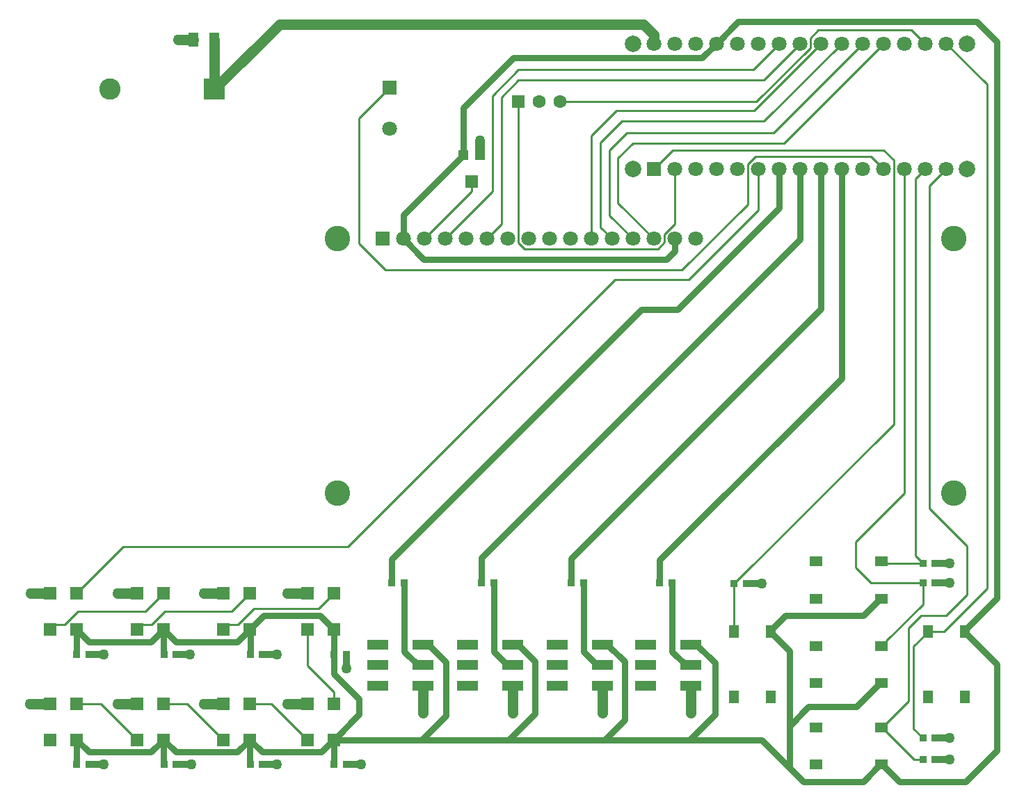
<source format=gtl>
G04*
G04 #@! TF.GenerationSoftware,Altium Limited,Altium Designer,19.1.8 (144)*
G04*
G04 Layer_Physical_Order=1*
G04 Layer_Color=255*
%FSLAX24Y24*%
%MOIN*%
G70*
G01*
G75*
%ADD10C,0.0100*%
%ADD12R,0.0512X0.0650*%
%ADD13R,0.0472X0.0472*%
%ADD14R,0.0630X0.0591*%
%ADD15R,0.0335X0.0335*%
%ADD16R,0.0512X0.0610*%
%ADD17R,0.0610X0.0512*%
%ADD18R,0.0984X0.0472*%
%ADD19R,0.0600X0.0600*%
%ADD37C,0.0500*%
%ADD38C,0.0300*%
%ADD39C,0.0335*%
%ADD40C,0.0472*%
%ADD41C,0.0787*%
%ADD42R,0.0709X0.0709*%
%ADD43C,0.0709*%
%ADD44C,0.1220*%
%ADD45C,0.1024*%
%ADD46R,0.1024X0.1024*%
%ADD47R,0.0630X0.0630*%
%ADD48C,0.0630*%
%ADD49C,0.0500*%
D10*
X9626Y33878D02*
X9646Y33858D01*
X35185Y28335D02*
Y30261D01*
X32047Y25197D02*
X35185Y28335D01*
X17835Y25197D02*
X32047D01*
X35701Y28063D02*
Y30039D01*
X32362Y24724D02*
X35701Y28063D01*
X28819Y24724D02*
X32362D01*
X41110Y30630D02*
X41701Y30039D01*
X35554Y30630D02*
X41110D01*
X35185Y30261D02*
X35554Y30630D01*
X42185Y17795D02*
Y30453D01*
X41693Y30945D02*
X42185Y30453D01*
X31606Y30945D02*
X41693D01*
X34547Y10157D02*
X42185Y17795D01*
X43228Y11506D02*
Y29567D01*
Y11506D02*
X43593Y11142D01*
X43228Y29567D02*
X43701Y30039D01*
X40356Y12167D02*
X42701Y14512D01*
Y30039D01*
X34547Y7894D02*
Y10157D01*
X41545Y5394D02*
X41594D01*
X34528Y7874D02*
X34547Y7894D01*
X16575Y26457D02*
X17835Y25197D01*
X16575Y26457D02*
Y32480D01*
X18032Y33937D01*
X43898Y29236D02*
X44701Y30039D01*
X43898Y13780D02*
Y29236D01*
X35614Y33268D02*
X38185Y35839D01*
X26209Y33268D02*
X35614D01*
X35953Y34291D02*
X37701Y36039D01*
X24213Y34291D02*
X35953D01*
X35465Y34803D02*
X36701Y36039D01*
X24213Y34803D02*
X35465D01*
X38583Y36693D02*
X43047D01*
X38185Y36295D02*
X38583Y36693D01*
X38185Y35839D02*
Y36295D01*
X23386Y33465D02*
X24213Y34291D01*
X23386Y27386D02*
Y33465D01*
X22693Y26693D02*
X23386Y27386D01*
X22955Y33545D02*
X24213Y34803D01*
X22955Y28955D02*
Y33545D01*
X20693Y26693D02*
X22955Y28955D01*
X24209Y26492D02*
Y30118D01*
X24209Y30118D01*
Y33268D01*
X24209Y26492D02*
X24492Y26209D01*
X30894D01*
X28583Y27803D02*
Y30945D01*
Y27803D02*
X29693Y26693D01*
X28583Y30945D02*
X29409Y31772D01*
X30894Y26209D02*
X31209Y26524D01*
Y26894D01*
X31701Y27386D01*
Y30039D01*
X21969Y28969D02*
Y29311D01*
X19693Y26693D02*
X21969Y28969D01*
X30701Y30039D02*
X31606Y30945D01*
X35496Y32835D02*
X38701Y36039D01*
X28898Y32835D02*
X35496D01*
X27693Y31630D02*
X28898Y32835D01*
X29409Y31772D02*
X36433D01*
X40701Y36039D01*
X35984Y32323D02*
X39701Y36039D01*
X29173Y32323D02*
X35984D01*
X28142Y31291D02*
X29173Y32323D01*
X36921Y31260D02*
X41701Y36039D01*
X29685Y31260D02*
X36921D01*
X28976Y30551D02*
X29685Y31260D01*
X41545Y1496D02*
X41594D01*
X41545Y9449D02*
X41594D01*
Y1496D02*
X41644D01*
X45591Y7825D02*
Y7874D01*
Y7923D01*
X5276Y11929D02*
X16024D01*
X28819Y24724D01*
X18740Y7177D02*
X18740Y7177D01*
X19646Y5197D02*
Y5276D01*
X32480Y5197D02*
Y5276D01*
X19606Y2677D02*
Y2704D01*
X32224Y6260D02*
X32480D01*
X27972D02*
X28228D01*
X23681D02*
X23937D01*
X19390D02*
X19646D01*
X32480Y7244D02*
X32736D01*
X28228D02*
X28484D01*
X23937D02*
X24193D01*
X19646D02*
X19902D01*
X3642Y1496D02*
X3642Y1496D01*
X7815Y1496D02*
X7815Y1496D01*
X11949Y1496D02*
X11949Y1496D01*
X15965Y1496D02*
X15965Y1496D01*
X44183Y10197D02*
X44183Y10197D01*
X43504Y8622D02*
X44685D01*
X42913Y8031D02*
X43504Y8622D01*
X42913Y4537D02*
Y8031D01*
X45709Y9646D02*
Y11969D01*
X44685Y8622D02*
X45709Y9646D01*
X46654Y34087D02*
X46654Y9921D01*
X44606Y7874D02*
X46654Y9921D01*
X43819Y7874D02*
X44606D01*
X44183Y2756D02*
X44183Y2756D01*
X43898Y13780D02*
X45709Y11969D01*
X44173Y11152D02*
X44183Y11142D01*
X15965Y6772D02*
X15965Y6772D01*
X15354Y6791D02*
X15374Y6772D01*
X11339Y7953D02*
X11358Y7933D01*
X14646Y8976D02*
X15354Y9685D01*
X11550Y8976D02*
X14646D01*
X10776Y8203D02*
X11550Y8976D01*
X7205Y6791D02*
X7224Y6772D01*
X3031Y6791D02*
X3051Y6772D01*
X3031Y1516D02*
X3051Y1496D01*
X11339Y1516D02*
X11358Y1496D01*
X15354Y1516D02*
X15374Y1496D01*
X43047Y36693D02*
X43701Y36039D01*
X43593Y9163D02*
Y10197D01*
X41850Y7420D02*
X43593Y9163D01*
X41644Y7165D02*
X41850Y7371D01*
Y7420D01*
X43150Y3199D02*
Y7156D01*
Y3199D02*
X43593Y2756D01*
X41644Y3268D02*
X43179Y1732D01*
X41594Y3268D02*
X41644D01*
X43179Y1732D02*
X43593D01*
X14055Y9724D02*
X14094Y9685D01*
X3031D02*
X5276Y11929D01*
X41102Y10197D02*
X43593D01*
X40356Y10943D02*
X41102Y10197D01*
X40356Y10943D02*
Y12167D01*
X41673Y11142D02*
X43593D01*
X41594Y11220D02*
X41673Y11142D01*
X43150Y7156D02*
X43819Y7825D01*
Y7874D01*
X41594Y7165D02*
X41644D01*
Y3268D02*
X42913Y4537D01*
X38415Y9449D02*
X38465D01*
X10329Y8203D02*
X10776D01*
X10079Y7953D02*
X10329Y8203D01*
X15138Y2461D02*
X15354Y2677D01*
X10472Y8819D02*
X11339Y9685D01*
X7259Y8819D02*
X10472D01*
X6643Y8203D02*
X7259Y8819D01*
X6195Y8203D02*
X6643D01*
X5945Y7953D02*
X6195Y8203D01*
X6339Y8819D02*
X7205Y9685D01*
X3086Y8819D02*
X6339D01*
X2469Y8203D02*
X3086Y8819D01*
X2022Y8203D02*
X2469D01*
X1772Y7953D02*
X2022Y8203D01*
X4213Y4409D02*
X5945Y2677D01*
X3031Y4409D02*
X4213D01*
X12362D02*
X14094Y2677D01*
X11339Y4409D02*
X12362D01*
X8346D02*
X10079Y2677D01*
X7205Y4409D02*
X8346D01*
X14094Y6220D02*
Y7953D01*
Y6220D02*
X15354Y4961D01*
Y4409D02*
Y4961D01*
X3051Y1496D02*
X3096Y1541D01*
X44701Y36039D02*
X46654Y34087D01*
X28976Y28409D02*
Y30551D01*
Y28409D02*
X30693Y26693D01*
X28142Y27244D02*
Y31291D01*
X27693Y26693D02*
Y31630D01*
X28142Y27244D02*
X28693Y26693D01*
D12*
X8642Y36220D02*
D03*
X9626D02*
D03*
D13*
X21575Y30709D02*
D03*
X22362D02*
D03*
D14*
X21969Y29429D02*
D03*
D15*
X3051Y6772D02*
D03*
X3642D02*
D03*
X7815D02*
D03*
X7224D02*
D03*
X11358D02*
D03*
X11949D02*
D03*
X15965D02*
D03*
X15374D02*
D03*
Y1496D02*
D03*
X15965D02*
D03*
X11949D02*
D03*
X11358D02*
D03*
X7224D02*
D03*
X7815D02*
D03*
X3642D02*
D03*
X3051D02*
D03*
X31575Y10197D02*
D03*
X30984D02*
D03*
X27323D02*
D03*
X26732D02*
D03*
X22441D02*
D03*
X23031D02*
D03*
X43593Y2756D02*
D03*
X44183D02*
D03*
X43593Y1732D02*
D03*
X44183D02*
D03*
X43593Y10197D02*
D03*
X44183D02*
D03*
X43593Y11142D02*
D03*
X44183D02*
D03*
X34547Y10157D02*
D03*
X35138D02*
D03*
X18740Y10197D02*
D03*
X18150D02*
D03*
D16*
X34528Y4744D02*
D03*
Y7874D02*
D03*
X36299Y4744D02*
D03*
Y7874D02*
D03*
X43819Y4744D02*
D03*
Y7874D02*
D03*
X45591Y4744D02*
D03*
Y7874D02*
D03*
D17*
X41594Y9449D02*
D03*
X38465D02*
D03*
X41594Y11220D02*
D03*
X38465D02*
D03*
Y7165D02*
D03*
X41594D02*
D03*
X38465Y5394D02*
D03*
X41594D02*
D03*
Y1496D02*
D03*
X38465D02*
D03*
X41594Y3268D02*
D03*
X38465D02*
D03*
D18*
X19646Y5276D02*
D03*
Y6260D02*
D03*
X17480Y5276D02*
D03*
Y6260D02*
D03*
X19646Y7244D02*
D03*
X17480D02*
D03*
X21772D02*
D03*
X23937D02*
D03*
X21772Y6260D02*
D03*
Y5276D02*
D03*
X23937Y6260D02*
D03*
Y5276D02*
D03*
X28228D02*
D03*
Y6260D02*
D03*
X26063Y5276D02*
D03*
Y6260D02*
D03*
X28228Y7244D02*
D03*
X26063D02*
D03*
X30315D02*
D03*
X32480D02*
D03*
X30315Y6260D02*
D03*
Y5276D02*
D03*
X32480Y6260D02*
D03*
Y5276D02*
D03*
D19*
X3031Y7953D02*
D03*
Y9685D02*
D03*
X1772Y7953D02*
D03*
Y9685D02*
D03*
X5945D02*
D03*
Y7953D02*
D03*
X7205Y9685D02*
D03*
Y7953D02*
D03*
X11339D02*
D03*
Y9685D02*
D03*
X10079Y7953D02*
D03*
Y9685D02*
D03*
X14094D02*
D03*
Y7953D02*
D03*
X15354Y9685D02*
D03*
Y7953D02*
D03*
Y2677D02*
D03*
Y4409D02*
D03*
X14094Y2677D02*
D03*
Y4409D02*
D03*
X10079D02*
D03*
Y2677D02*
D03*
X11339Y4409D02*
D03*
Y2677D02*
D03*
X7205D02*
D03*
Y4409D02*
D03*
X5945Y2677D02*
D03*
Y4409D02*
D03*
X1772D02*
D03*
Y2677D02*
D03*
X3031Y4409D02*
D03*
Y2677D02*
D03*
D37*
X9626Y33878D02*
Y36220D01*
X7913D02*
X8642D01*
X12756Y36969D02*
X30197D01*
X19646Y5197D02*
X19646Y5197D01*
Y3976D02*
Y5197D01*
X23937Y3976D02*
Y5197D01*
X28228Y3976D02*
Y5197D01*
X32480Y5197D02*
X32480Y5197D01*
X32480Y3976D02*
Y5197D01*
X827Y9685D02*
X1772D01*
X5000D02*
X5945D01*
X9134D02*
X10079D01*
X13150D02*
X14094D01*
X13150Y4409D02*
X14094D01*
X9134D02*
X10079D01*
X5000D02*
X5945D01*
X787D02*
X1772D01*
X30701Y36039D02*
Y36465D01*
X30197Y36969D02*
X30701Y36465D01*
X9646Y33858D02*
X12756Y36969D01*
D38*
X21575Y32953D02*
X23976Y35354D01*
X33016D01*
X36998Y8622D02*
X40719D01*
X36299Y7923D02*
X36998Y8622D01*
X18693Y26693D02*
Y27827D01*
X21575Y30709D01*
Y32953D01*
X45591Y7825D02*
X47126Y6289D01*
Y2165D02*
Y6289D01*
X45630Y669D02*
X47126Y2165D01*
X40719Y669D02*
X41545Y1496D01*
X37874Y669D02*
X40719D01*
X37205Y1339D02*
X37874Y669D01*
X42470D02*
X45630D01*
X41644Y1496D02*
X42470Y669D01*
X35866Y2677D02*
X37205Y1339D01*
Y3346D01*
X32402Y2677D02*
X35866D01*
X37205Y3346D02*
X38110Y4252D01*
X40404D01*
X37205Y3346D02*
Y6919D01*
X36299Y7825D02*
X37205Y6919D01*
X36299Y7874D02*
Y7923D01*
Y7825D02*
Y7874D01*
X40719Y8622D02*
X41545Y9449D01*
X40404Y4252D02*
X41545Y5394D01*
X47126Y9459D02*
X47126Y36142D01*
X45591Y7923D02*
X47126Y9459D01*
X36701Y28157D02*
Y30039D01*
X31850Y23307D02*
X36701Y28157D01*
X39701Y20016D02*
Y30039D01*
X30984Y11299D02*
X39701Y20016D01*
X30984Y10197D02*
Y11299D01*
X30118Y23307D02*
X31850D01*
X18150Y11339D02*
X30118Y23307D01*
X18150Y10197D02*
Y11339D01*
X31693Y26102D02*
Y26693D01*
X31299Y25709D02*
X31693Y26102D01*
X19677Y25709D02*
X31299D01*
X22441Y11417D02*
X37701Y26677D01*
X22441Y10197D02*
Y11417D01*
X37701Y26677D02*
Y30039D01*
X38701Y23346D02*
Y30039D01*
X26732Y11378D02*
X38701Y23346D01*
X26732Y10197D02*
Y11378D01*
X18740Y6909D02*
Y7177D01*
X18740Y7177D02*
Y10197D01*
X18740Y6909D02*
X19390Y6260D01*
X23031Y6909D02*
Y10197D01*
Y6909D02*
X23681Y6260D01*
X19902Y7244D02*
X20748Y6398D01*
Y3846D02*
Y6398D01*
X19606Y2704D02*
X20748Y3846D01*
X19606Y2677D02*
X23740D01*
X28346D01*
X25000Y3937D02*
Y6437D01*
X23740Y2677D02*
X25000Y3937D01*
X24193Y7244D02*
X25000Y6437D01*
X28484Y7244D02*
X29291Y6437D01*
Y3622D02*
Y6437D01*
X28346Y2677D02*
X29291Y3622D01*
X28346Y2677D02*
X32402D01*
X27323Y6909D02*
Y10197D01*
X31575Y6909D02*
Y10197D01*
X31575Y10197D01*
X27323Y6909D02*
X27972Y6260D01*
X15354Y2677D02*
X19606D01*
X32402D02*
X33622Y3898D01*
X32736Y7244D02*
X33622Y6358D01*
Y3898D02*
Y6358D01*
X31575Y6909D02*
X32224Y6260D01*
X16575Y3898D02*
Y4646D01*
X15374Y5846D02*
X16575Y4646D01*
X15374Y5846D02*
Y6772D01*
X33016Y35354D02*
X33701Y36039D01*
X46181Y37087D02*
X47126Y36142D01*
X34748Y37087D02*
X46181D01*
X33701Y36039D02*
X34748Y37087D01*
X15354Y2677D02*
X16575Y3898D01*
X15354Y6791D02*
Y7953D01*
X11358Y6772D02*
Y7933D01*
X14685Y8622D02*
X15354Y7953D01*
X12008Y8622D02*
X14685D01*
X11339Y7953D02*
X12008Y8622D01*
X7205Y6791D02*
Y7953D01*
X3031Y6791D02*
Y7953D01*
X3031Y1516D02*
Y2677D01*
X7205Y1516D02*
Y2677D01*
X11339Y1516D02*
Y2677D01*
X15354Y1516D02*
Y2677D01*
X18693Y26693D02*
X19677Y25709D01*
X7795Y7362D02*
X10748D01*
X11339Y7953D01*
X7205D02*
X7795Y7362D01*
X6614D02*
X7205Y7953D01*
X3622Y7362D02*
X6614D01*
X3031Y7953D02*
X3622Y7362D01*
Y2087D02*
X6614D01*
X3031Y2677D02*
X3622Y2087D01*
X6614D02*
X7205Y2677D01*
X7795Y2087D02*
X10748D01*
X7205Y2677D02*
X7795Y2087D01*
X10748D02*
X11339Y2677D01*
X14764Y2087D02*
X15138Y2461D01*
X11339Y2677D02*
X11929Y2087D01*
X14764D01*
D39*
X35138Y10157D02*
X35866D01*
X3642Y6772D02*
X4331D01*
X7815D02*
X8465D01*
X11949D02*
X12638D01*
X3642Y1496D02*
X4331D01*
X7815D02*
X8543D01*
X11949D02*
X12638D01*
X15965D02*
X16654D01*
X44183Y10197D02*
X44882D01*
X44183Y11142D02*
X44882D01*
X44183Y2756D02*
X44882D01*
X44183Y1732D02*
X44882D01*
X15965Y6102D02*
Y6772D01*
D40*
X22362Y30709D02*
Y31417D01*
D41*
X29701Y30039D02*
D03*
X45701D02*
D03*
Y36039D02*
D03*
X29701D02*
D03*
D42*
X30701Y30039D02*
D03*
X17693Y26693D02*
D03*
X18032Y33937D02*
D03*
D43*
X31701Y30039D02*
D03*
X32701D02*
D03*
X33701D02*
D03*
X34701D02*
D03*
X35701D02*
D03*
X36701D02*
D03*
X37701D02*
D03*
X38701D02*
D03*
X39701D02*
D03*
X40701D02*
D03*
X41701D02*
D03*
X42701D02*
D03*
X43701D02*
D03*
X44701D02*
D03*
Y36039D02*
D03*
X43701D02*
D03*
X42701D02*
D03*
X41701D02*
D03*
X40701D02*
D03*
X39701D02*
D03*
X38701D02*
D03*
X37701D02*
D03*
X36701D02*
D03*
X35701D02*
D03*
X34701D02*
D03*
X33701D02*
D03*
X32701D02*
D03*
X31701D02*
D03*
X30701D02*
D03*
X32693Y26693D02*
D03*
X31693D02*
D03*
X30693D02*
D03*
X29693D02*
D03*
X28693D02*
D03*
X27693D02*
D03*
X26693D02*
D03*
X25693D02*
D03*
X24693D02*
D03*
X23693D02*
D03*
X22693D02*
D03*
X21693D02*
D03*
X20693D02*
D03*
X19693D02*
D03*
X18693D02*
D03*
X18032Y31969D02*
D03*
D44*
X45055Y14488D02*
D03*
Y26693D02*
D03*
X15528Y14488D02*
D03*
Y26693D02*
D03*
D45*
X4646Y33858D02*
D03*
D46*
X9646D02*
D03*
D47*
X24209Y33268D02*
D03*
D48*
X25209D02*
D03*
X26209D02*
D03*
D49*
X7913Y36220D02*
D03*
X35866Y10157D02*
D03*
X22362Y31417D02*
D03*
X32480Y3976D02*
D03*
X23937D02*
D03*
X827Y9685D02*
D03*
X5000D02*
D03*
X9134D02*
D03*
X4331Y6772D02*
D03*
X8465D02*
D03*
X12638D02*
D03*
X13150Y4409D02*
D03*
X9134D02*
D03*
X5000D02*
D03*
X787D02*
D03*
X4331Y1496D02*
D03*
X8543D02*
D03*
X12638D02*
D03*
X16654D02*
D03*
X44882Y10197D02*
D03*
Y2756D02*
D03*
X19646Y3976D02*
D03*
X28228D02*
D03*
X15965Y6102D02*
D03*
X13150Y9685D02*
D03*
X44882Y11142D02*
D03*
Y1732D02*
D03*
M02*

</source>
